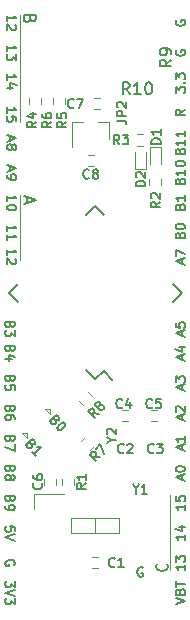
<source format=gbr>
G04 #@! TF.GenerationSoftware,KiCad,Pcbnew,5.1.2*
G04 #@! TF.CreationDate,2019-08-04T19:59:17+02:00*
G04 #@! TF.ProjectId,neutron-c,6e657574-726f-46e2-9d63-2e6b69636164,rev?*
G04 #@! TF.SameCoordinates,Original*
G04 #@! TF.FileFunction,Legend,Top*
G04 #@! TF.FilePolarity,Positive*
%FSLAX46Y46*%
G04 Gerber Fmt 4.6, Leading zero omitted, Abs format (unit mm)*
G04 Created by KiCad (PCBNEW 5.1.2) date 2019-08-04 19:59:17*
%MOMM*%
%LPD*%
G04 APERTURE LIST*
%ADD10C,0.150000*%
%ADD11C,0.120000*%
G04 APERTURE END LIST*
D10*
X180549523Y-58832800D02*
X180473333Y-58794704D01*
X180359047Y-58794704D01*
X180244761Y-58832800D01*
X180168571Y-58908990D01*
X180130476Y-58985180D01*
X180092380Y-59137561D01*
X180092380Y-59251847D01*
X180130476Y-59404228D01*
X180168571Y-59480419D01*
X180244761Y-59556609D01*
X180359047Y-59594704D01*
X180435238Y-59594704D01*
X180549523Y-59556609D01*
X180587619Y-59518514D01*
X180587619Y-59251847D01*
X180435238Y-59251847D01*
X182602142Y-58491476D02*
X182649761Y-58539095D01*
X182697380Y-58681952D01*
X182697380Y-58777190D01*
X182649761Y-58920047D01*
X182554523Y-59015285D01*
X182459285Y-59062904D01*
X182268809Y-59110523D01*
X182125952Y-59110523D01*
X181935476Y-59062904D01*
X181840238Y-59015285D01*
X181745000Y-58920047D01*
X181697380Y-58777190D01*
X181697380Y-58681952D01*
X181745000Y-58539095D01*
X181792619Y-58491476D01*
D11*
X182880000Y-59055000D02*
X182880000Y-52705000D01*
D10*
X171013428Y-12390428D02*
X170965809Y-12533285D01*
X170918190Y-12580904D01*
X170822952Y-12628523D01*
X170680095Y-12628523D01*
X170584857Y-12580904D01*
X170537238Y-12533285D01*
X170489619Y-12438047D01*
X170489619Y-12057095D01*
X171489619Y-12057095D01*
X171489619Y-12390428D01*
X171442000Y-12485666D01*
X171394380Y-12533285D01*
X171299142Y-12580904D01*
X171203904Y-12580904D01*
X171108666Y-12533285D01*
X171061047Y-12485666D01*
X171013428Y-12390428D01*
X171013428Y-12057095D01*
D11*
X170180000Y-21082000D02*
X170180000Y-12065000D01*
D10*
X170775333Y-27447904D02*
X170775333Y-27924095D01*
X170489619Y-27352666D02*
X171489619Y-27686000D01*
X170489619Y-28019333D01*
D11*
X170180000Y-32766000D02*
X170180000Y-27305000D01*
D10*
X183711857Y-26104761D02*
X183749952Y-25990476D01*
X183788047Y-25952380D01*
X183864238Y-25914285D01*
X183978523Y-25914285D01*
X184054714Y-25952380D01*
X184092809Y-25990476D01*
X184130904Y-26066666D01*
X184130904Y-26371428D01*
X183330904Y-26371428D01*
X183330904Y-26104761D01*
X183369000Y-26028571D01*
X183407095Y-25990476D01*
X183483285Y-25952380D01*
X183559476Y-25952380D01*
X183635666Y-25990476D01*
X183673761Y-26028571D01*
X183711857Y-26104761D01*
X183711857Y-26371428D01*
X184130904Y-25152380D02*
X184130904Y-25609523D01*
X184130904Y-25380952D02*
X183330904Y-25380952D01*
X183445190Y-25457142D01*
X183521380Y-25533333D01*
X183559476Y-25609523D01*
X183330904Y-24657142D02*
X183330904Y-24580952D01*
X183369000Y-24504761D01*
X183407095Y-24466666D01*
X183483285Y-24428571D01*
X183635666Y-24390476D01*
X183826142Y-24390476D01*
X183978523Y-24428571D01*
X184054714Y-24466666D01*
X184092809Y-24504761D01*
X184130904Y-24580952D01*
X184130904Y-24657142D01*
X184092809Y-24733333D01*
X184054714Y-24771428D01*
X183978523Y-24809523D01*
X183826142Y-24847619D01*
X183635666Y-24847619D01*
X183483285Y-24809523D01*
X183407095Y-24771428D01*
X183369000Y-24733333D01*
X183330904Y-24657142D01*
X183902333Y-33083428D02*
X183902333Y-32702476D01*
X184130904Y-33159619D02*
X183330904Y-32892952D01*
X184130904Y-32626285D01*
X183330904Y-32435809D02*
X183330904Y-31902476D01*
X184130904Y-32245333D01*
X183711857Y-23564761D02*
X183749952Y-23450476D01*
X183788047Y-23412380D01*
X183864238Y-23374285D01*
X183978523Y-23374285D01*
X184054714Y-23412380D01*
X184092809Y-23450476D01*
X184130904Y-23526666D01*
X184130904Y-23831428D01*
X183330904Y-23831428D01*
X183330904Y-23564761D01*
X183369000Y-23488571D01*
X183407095Y-23450476D01*
X183483285Y-23412380D01*
X183559476Y-23412380D01*
X183635666Y-23450476D01*
X183673761Y-23488571D01*
X183711857Y-23564761D01*
X183711857Y-23831428D01*
X184130904Y-22612380D02*
X184130904Y-23069523D01*
X184130904Y-22840952D02*
X183330904Y-22840952D01*
X183445190Y-22917142D01*
X183521380Y-22993333D01*
X183559476Y-23069523D01*
X184130904Y-21850476D02*
X184130904Y-22307619D01*
X184130904Y-22079047D02*
X183330904Y-22079047D01*
X183445190Y-22155238D01*
X183521380Y-22231428D01*
X183559476Y-22307619D01*
X184130904Y-20072380D02*
X183749952Y-20339047D01*
X184130904Y-20529523D02*
X183330904Y-20529523D01*
X183330904Y-20224761D01*
X183369000Y-20148571D01*
X183407095Y-20110476D01*
X183483285Y-20072380D01*
X183597571Y-20072380D01*
X183673761Y-20110476D01*
X183711857Y-20148571D01*
X183749952Y-20224761D01*
X183749952Y-20529523D01*
X183711857Y-30676809D02*
X183749952Y-30562523D01*
X183788047Y-30524428D01*
X183864238Y-30486333D01*
X183978523Y-30486333D01*
X184054714Y-30524428D01*
X184092809Y-30562523D01*
X184130904Y-30638714D01*
X184130904Y-30943476D01*
X183330904Y-30943476D01*
X183330904Y-30676809D01*
X183369000Y-30600619D01*
X183407095Y-30562523D01*
X183483285Y-30524428D01*
X183559476Y-30524428D01*
X183635666Y-30562523D01*
X183673761Y-30600619D01*
X183711857Y-30676809D01*
X183711857Y-30943476D01*
X183330904Y-29991095D02*
X183330904Y-29914904D01*
X183369000Y-29838714D01*
X183407095Y-29800619D01*
X183483285Y-29762523D01*
X183635666Y-29724428D01*
X183826142Y-29724428D01*
X183978523Y-29762523D01*
X184054714Y-29800619D01*
X184092809Y-29838714D01*
X184130904Y-29914904D01*
X184130904Y-29991095D01*
X184092809Y-30067285D01*
X184054714Y-30105380D01*
X183978523Y-30143476D01*
X183826142Y-30181571D01*
X183635666Y-30181571D01*
X183483285Y-30143476D01*
X183407095Y-30105380D01*
X183369000Y-30067285D01*
X183330904Y-29991095D01*
X183369000Y-12490476D02*
X183330904Y-12566666D01*
X183330904Y-12680952D01*
X183369000Y-12795238D01*
X183445190Y-12871428D01*
X183521380Y-12909523D01*
X183673761Y-12947619D01*
X183788047Y-12947619D01*
X183940428Y-12909523D01*
X184016619Y-12871428D01*
X184092809Y-12795238D01*
X184130904Y-12680952D01*
X184130904Y-12604761D01*
X184092809Y-12490476D01*
X184054714Y-12452380D01*
X183788047Y-12452380D01*
X183788047Y-12604761D01*
X183330904Y-18618095D02*
X183330904Y-18122857D01*
X183635666Y-18389523D01*
X183635666Y-18275238D01*
X183673761Y-18199047D01*
X183711857Y-18160952D01*
X183788047Y-18122857D01*
X183978523Y-18122857D01*
X184054714Y-18160952D01*
X184092809Y-18199047D01*
X184130904Y-18275238D01*
X184130904Y-18503809D01*
X184092809Y-18580000D01*
X184054714Y-18618095D01*
X184054714Y-17780000D02*
X184092809Y-17741904D01*
X184130904Y-17780000D01*
X184092809Y-17818095D01*
X184054714Y-17780000D01*
X184130904Y-17780000D01*
X183330904Y-17475238D02*
X183330904Y-16980000D01*
X183635666Y-17246666D01*
X183635666Y-17132380D01*
X183673761Y-17056190D01*
X183711857Y-17018095D01*
X183788047Y-16980000D01*
X183978523Y-16980000D01*
X184054714Y-17018095D01*
X184092809Y-17056190D01*
X184130904Y-17132380D01*
X184130904Y-17360952D01*
X184092809Y-17437142D01*
X184054714Y-17475238D01*
X183369000Y-15030476D02*
X183330904Y-15106666D01*
X183330904Y-15220952D01*
X183369000Y-15335238D01*
X183445190Y-15411428D01*
X183521380Y-15449523D01*
X183673761Y-15487619D01*
X183788047Y-15487619D01*
X183940428Y-15449523D01*
X184016619Y-15411428D01*
X184092809Y-15335238D01*
X184130904Y-15220952D01*
X184130904Y-15144761D01*
X184092809Y-15030476D01*
X184054714Y-14992380D01*
X183788047Y-14992380D01*
X183788047Y-15144761D01*
X183711857Y-28263809D02*
X183749952Y-28149523D01*
X183788047Y-28111428D01*
X183864238Y-28073333D01*
X183978523Y-28073333D01*
X184054714Y-28111428D01*
X184092809Y-28149523D01*
X184130904Y-28225714D01*
X184130904Y-28530476D01*
X183330904Y-28530476D01*
X183330904Y-28263809D01*
X183369000Y-28187619D01*
X183407095Y-28149523D01*
X183483285Y-28111428D01*
X183559476Y-28111428D01*
X183635666Y-28149523D01*
X183673761Y-28187619D01*
X183711857Y-28263809D01*
X183711857Y-28530476D01*
X184130904Y-27311428D02*
X184130904Y-27768571D01*
X184130904Y-27540000D02*
X183330904Y-27540000D01*
X183445190Y-27616190D01*
X183521380Y-27692380D01*
X183559476Y-27768571D01*
X183902333Y-41211428D02*
X183902333Y-40830476D01*
X184130904Y-41287619D02*
X183330904Y-41020952D01*
X184130904Y-40754285D01*
X183597571Y-40144761D02*
X184130904Y-40144761D01*
X183292809Y-40335238D02*
X183864238Y-40525714D01*
X183864238Y-40030476D01*
X184130904Y-58572380D02*
X184130904Y-59029523D01*
X184130904Y-58800952D02*
X183330904Y-58800952D01*
X183445190Y-58877142D01*
X183521380Y-58953333D01*
X183559476Y-59029523D01*
X183330904Y-58305714D02*
X183330904Y-57810476D01*
X183635666Y-58077142D01*
X183635666Y-57962857D01*
X183673761Y-57886666D01*
X183711857Y-57848571D01*
X183788047Y-57810476D01*
X183978523Y-57810476D01*
X184054714Y-57848571D01*
X184092809Y-57886666D01*
X184130904Y-57962857D01*
X184130904Y-58191428D01*
X184092809Y-58267619D01*
X184054714Y-58305714D01*
X183902333Y-43751428D02*
X183902333Y-43370476D01*
X184130904Y-43827619D02*
X183330904Y-43560952D01*
X184130904Y-43294285D01*
X183330904Y-43103809D02*
X183330904Y-42608571D01*
X183635666Y-42875238D01*
X183635666Y-42760952D01*
X183673761Y-42684761D01*
X183711857Y-42646666D01*
X183788047Y-42608571D01*
X183978523Y-42608571D01*
X184054714Y-42646666D01*
X184092809Y-42684761D01*
X184130904Y-42760952D01*
X184130904Y-42989523D01*
X184092809Y-43065714D01*
X184054714Y-43103809D01*
X183902333Y-51371428D02*
X183902333Y-50990476D01*
X184130904Y-51447619D02*
X183330904Y-51180952D01*
X184130904Y-50914285D01*
X183330904Y-50495238D02*
X183330904Y-50419047D01*
X183369000Y-50342857D01*
X183407095Y-50304761D01*
X183483285Y-50266666D01*
X183635666Y-50228571D01*
X183826142Y-50228571D01*
X183978523Y-50266666D01*
X184054714Y-50304761D01*
X184092809Y-50342857D01*
X184130904Y-50419047D01*
X184130904Y-50495238D01*
X184092809Y-50571428D01*
X184054714Y-50609523D01*
X183978523Y-50647619D01*
X183826142Y-50685714D01*
X183635666Y-50685714D01*
X183483285Y-50647619D01*
X183407095Y-50609523D01*
X183369000Y-50571428D01*
X183330904Y-50495238D01*
X184130904Y-56032380D02*
X184130904Y-56489523D01*
X184130904Y-56260952D02*
X183330904Y-56260952D01*
X183445190Y-56337142D01*
X183521380Y-56413333D01*
X183559476Y-56489523D01*
X183597571Y-55346666D02*
X184130904Y-55346666D01*
X183292809Y-55537142D02*
X183864238Y-55727619D01*
X183864238Y-55232380D01*
X183330904Y-61931428D02*
X184130904Y-61664761D01*
X183330904Y-61398095D01*
X183711857Y-60864761D02*
X183749952Y-60750476D01*
X183788047Y-60712380D01*
X183864238Y-60674285D01*
X183978523Y-60674285D01*
X184054714Y-60712380D01*
X184092809Y-60750476D01*
X184130904Y-60826666D01*
X184130904Y-61131428D01*
X183330904Y-61131428D01*
X183330904Y-60864761D01*
X183369000Y-60788571D01*
X183407095Y-60750476D01*
X183483285Y-60712380D01*
X183559476Y-60712380D01*
X183635666Y-60750476D01*
X183673761Y-60788571D01*
X183711857Y-60864761D01*
X183711857Y-61131428D01*
X183330904Y-60445714D02*
X183330904Y-59988571D01*
X184130904Y-60217142D02*
X183330904Y-60217142D01*
X184130904Y-53492380D02*
X184130904Y-53949523D01*
X184130904Y-53720952D02*
X183330904Y-53720952D01*
X183445190Y-53797142D01*
X183521380Y-53873333D01*
X183559476Y-53949523D01*
X183330904Y-52768571D02*
X183330904Y-53149523D01*
X183711857Y-53187619D01*
X183673761Y-53149523D01*
X183635666Y-53073333D01*
X183635666Y-52882857D01*
X183673761Y-52806666D01*
X183711857Y-52768571D01*
X183788047Y-52730476D01*
X183978523Y-52730476D01*
X184054714Y-52768571D01*
X184092809Y-52806666D01*
X184130904Y-52882857D01*
X184130904Y-53073333D01*
X184092809Y-53149523D01*
X184054714Y-53187619D01*
X183902333Y-39179428D02*
X183902333Y-38798476D01*
X184130904Y-39255619D02*
X183330904Y-38988952D01*
X184130904Y-38722285D01*
X183330904Y-38074666D02*
X183330904Y-38455619D01*
X183711857Y-38493714D01*
X183673761Y-38455619D01*
X183635666Y-38379428D01*
X183635666Y-38188952D01*
X183673761Y-38112761D01*
X183711857Y-38074666D01*
X183788047Y-38036571D01*
X183978523Y-38036571D01*
X184054714Y-38074666D01*
X184092809Y-38112761D01*
X184130904Y-38188952D01*
X184130904Y-38379428D01*
X184092809Y-38455619D01*
X184054714Y-38493714D01*
X183902333Y-48831428D02*
X183902333Y-48450476D01*
X184130904Y-48907619D02*
X183330904Y-48640952D01*
X184130904Y-48374285D01*
X184130904Y-47688571D02*
X184130904Y-48145714D01*
X184130904Y-47917142D02*
X183330904Y-47917142D01*
X183445190Y-47993333D01*
X183521380Y-48069523D01*
X183559476Y-48145714D01*
X183902333Y-46291428D02*
X183902333Y-45910476D01*
X184130904Y-46367619D02*
X183330904Y-46100952D01*
X184130904Y-45834285D01*
X183407095Y-45605714D02*
X183369000Y-45567619D01*
X183330904Y-45491428D01*
X183330904Y-45300952D01*
X183369000Y-45224761D01*
X183407095Y-45186666D01*
X183483285Y-45148571D01*
X183559476Y-45148571D01*
X183673761Y-45186666D01*
X184130904Y-45643809D01*
X184130904Y-45148571D01*
X169729095Y-59969523D02*
X169729095Y-60464761D01*
X169424333Y-60198095D01*
X169424333Y-60312380D01*
X169386238Y-60388571D01*
X169348142Y-60426666D01*
X169271952Y-60464761D01*
X169081476Y-60464761D01*
X169005285Y-60426666D01*
X168967190Y-60388571D01*
X168929095Y-60312380D01*
X168929095Y-60083809D01*
X168967190Y-60007619D01*
X169005285Y-59969523D01*
X169729095Y-60693333D02*
X168929095Y-60960000D01*
X169729095Y-61226666D01*
X169729095Y-61417142D02*
X169729095Y-61912380D01*
X169424333Y-61645714D01*
X169424333Y-61760000D01*
X169386238Y-61836190D01*
X169348142Y-61874285D01*
X169271952Y-61912380D01*
X169081476Y-61912380D01*
X169005285Y-61874285D01*
X168967190Y-61836190D01*
X168929095Y-61760000D01*
X168929095Y-61531428D01*
X168967190Y-61455238D01*
X169005285Y-61417142D01*
X169691000Y-58629523D02*
X169729095Y-58553333D01*
X169729095Y-58439047D01*
X169691000Y-58324761D01*
X169614809Y-58248571D01*
X169538619Y-58210476D01*
X169386238Y-58172380D01*
X169271952Y-58172380D01*
X169119571Y-58210476D01*
X169043380Y-58248571D01*
X168967190Y-58324761D01*
X168929095Y-58439047D01*
X168929095Y-58515238D01*
X168967190Y-58629523D01*
X169005285Y-58667619D01*
X169271952Y-58667619D01*
X169271952Y-58515238D01*
X169729095Y-55727619D02*
X169729095Y-55346666D01*
X169348142Y-55308571D01*
X169386238Y-55346666D01*
X169424333Y-55422857D01*
X169424333Y-55613333D01*
X169386238Y-55689523D01*
X169348142Y-55727619D01*
X169271952Y-55765714D01*
X169081476Y-55765714D01*
X169005285Y-55727619D01*
X168967190Y-55689523D01*
X168929095Y-55613333D01*
X168929095Y-55422857D01*
X168967190Y-55346666D01*
X169005285Y-55308571D01*
X169729095Y-55994285D02*
X168929095Y-56260952D01*
X169729095Y-56527619D01*
X169348142Y-53016190D02*
X169310047Y-53130476D01*
X169271952Y-53168571D01*
X169195761Y-53206666D01*
X169081476Y-53206666D01*
X169005285Y-53168571D01*
X168967190Y-53130476D01*
X168929095Y-53054285D01*
X168929095Y-52749523D01*
X169729095Y-52749523D01*
X169729095Y-53016190D01*
X169691000Y-53092380D01*
X169652904Y-53130476D01*
X169576714Y-53168571D01*
X169500523Y-53168571D01*
X169424333Y-53130476D01*
X169386238Y-53092380D01*
X169348142Y-53016190D01*
X169348142Y-52749523D01*
X168929095Y-53587619D02*
X168929095Y-53740000D01*
X168967190Y-53816190D01*
X169005285Y-53854285D01*
X169119571Y-53930476D01*
X169271952Y-53968571D01*
X169576714Y-53968571D01*
X169652904Y-53930476D01*
X169691000Y-53892380D01*
X169729095Y-53816190D01*
X169729095Y-53663809D01*
X169691000Y-53587619D01*
X169652904Y-53549523D01*
X169576714Y-53511428D01*
X169386238Y-53511428D01*
X169310047Y-53549523D01*
X169271952Y-53587619D01*
X169233857Y-53663809D01*
X169233857Y-53816190D01*
X169271952Y-53892380D01*
X169310047Y-53930476D01*
X169386238Y-53968571D01*
X169348142Y-50476190D02*
X169310047Y-50590476D01*
X169271952Y-50628571D01*
X169195761Y-50666666D01*
X169081476Y-50666666D01*
X169005285Y-50628571D01*
X168967190Y-50590476D01*
X168929095Y-50514285D01*
X168929095Y-50209523D01*
X169729095Y-50209523D01*
X169729095Y-50476190D01*
X169691000Y-50552380D01*
X169652904Y-50590476D01*
X169576714Y-50628571D01*
X169500523Y-50628571D01*
X169424333Y-50590476D01*
X169386238Y-50552380D01*
X169348142Y-50476190D01*
X169348142Y-50209523D01*
X169386238Y-51123809D02*
X169424333Y-51047619D01*
X169462428Y-51009523D01*
X169538619Y-50971428D01*
X169576714Y-50971428D01*
X169652904Y-51009523D01*
X169691000Y-51047619D01*
X169729095Y-51123809D01*
X169729095Y-51276190D01*
X169691000Y-51352380D01*
X169652904Y-51390476D01*
X169576714Y-51428571D01*
X169538619Y-51428571D01*
X169462428Y-51390476D01*
X169424333Y-51352380D01*
X169386238Y-51276190D01*
X169386238Y-51123809D01*
X169348142Y-51047619D01*
X169310047Y-51009523D01*
X169233857Y-50971428D01*
X169081476Y-50971428D01*
X169005285Y-51009523D01*
X168967190Y-51047619D01*
X168929095Y-51123809D01*
X168929095Y-51276190D01*
X168967190Y-51352380D01*
X169005285Y-51390476D01*
X169081476Y-51428571D01*
X169233857Y-51428571D01*
X169310047Y-51390476D01*
X169348142Y-51352380D01*
X169386238Y-51276190D01*
X169348142Y-47936190D02*
X169310047Y-48050476D01*
X169271952Y-48088571D01*
X169195761Y-48126666D01*
X169081476Y-48126666D01*
X169005285Y-48088571D01*
X168967190Y-48050476D01*
X168929095Y-47974285D01*
X168929095Y-47669523D01*
X169729095Y-47669523D01*
X169729095Y-47936190D01*
X169691000Y-48012380D01*
X169652904Y-48050476D01*
X169576714Y-48088571D01*
X169500523Y-48088571D01*
X169424333Y-48050476D01*
X169386238Y-48012380D01*
X169348142Y-47936190D01*
X169348142Y-47669523D01*
X169729095Y-48393333D02*
X169729095Y-48926666D01*
X168929095Y-48583809D01*
X169348142Y-45396190D02*
X169310047Y-45510476D01*
X169271952Y-45548571D01*
X169195761Y-45586666D01*
X169081476Y-45586666D01*
X169005285Y-45548571D01*
X168967190Y-45510476D01*
X168929095Y-45434285D01*
X168929095Y-45129523D01*
X169729095Y-45129523D01*
X169729095Y-45396190D01*
X169691000Y-45472380D01*
X169652904Y-45510476D01*
X169576714Y-45548571D01*
X169500523Y-45548571D01*
X169424333Y-45510476D01*
X169386238Y-45472380D01*
X169348142Y-45396190D01*
X169348142Y-45129523D01*
X169729095Y-46272380D02*
X169729095Y-46120000D01*
X169691000Y-46043809D01*
X169652904Y-46005714D01*
X169538619Y-45929523D01*
X169386238Y-45891428D01*
X169081476Y-45891428D01*
X169005285Y-45929523D01*
X168967190Y-45967619D01*
X168929095Y-46043809D01*
X168929095Y-46196190D01*
X168967190Y-46272380D01*
X169005285Y-46310476D01*
X169081476Y-46348571D01*
X169271952Y-46348571D01*
X169348142Y-46310476D01*
X169386238Y-46272380D01*
X169424333Y-46196190D01*
X169424333Y-46043809D01*
X169386238Y-45967619D01*
X169348142Y-45929523D01*
X169271952Y-45891428D01*
X169348142Y-42856190D02*
X169310047Y-42970476D01*
X169271952Y-43008571D01*
X169195761Y-43046666D01*
X169081476Y-43046666D01*
X169005285Y-43008571D01*
X168967190Y-42970476D01*
X168929095Y-42894285D01*
X168929095Y-42589523D01*
X169729095Y-42589523D01*
X169729095Y-42856190D01*
X169691000Y-42932380D01*
X169652904Y-42970476D01*
X169576714Y-43008571D01*
X169500523Y-43008571D01*
X169424333Y-42970476D01*
X169386238Y-42932380D01*
X169348142Y-42856190D01*
X169348142Y-42589523D01*
X169729095Y-43770476D02*
X169729095Y-43389523D01*
X169348142Y-43351428D01*
X169386238Y-43389523D01*
X169424333Y-43465714D01*
X169424333Y-43656190D01*
X169386238Y-43732380D01*
X169348142Y-43770476D01*
X169271952Y-43808571D01*
X169081476Y-43808571D01*
X169005285Y-43770476D01*
X168967190Y-43732380D01*
X168929095Y-43656190D01*
X168929095Y-43465714D01*
X168967190Y-43389523D01*
X169005285Y-43351428D01*
X169348142Y-40316190D02*
X169310047Y-40430476D01*
X169271952Y-40468571D01*
X169195761Y-40506666D01*
X169081476Y-40506666D01*
X169005285Y-40468571D01*
X168967190Y-40430476D01*
X168929095Y-40354285D01*
X168929095Y-40049523D01*
X169729095Y-40049523D01*
X169729095Y-40316190D01*
X169691000Y-40392380D01*
X169652904Y-40430476D01*
X169576714Y-40468571D01*
X169500523Y-40468571D01*
X169424333Y-40430476D01*
X169386238Y-40392380D01*
X169348142Y-40316190D01*
X169348142Y-40049523D01*
X169462428Y-41192380D02*
X168929095Y-41192380D01*
X169767190Y-41001904D02*
X169195761Y-40811428D01*
X169195761Y-41306666D01*
X169348142Y-38284190D02*
X169310047Y-38398476D01*
X169271952Y-38436571D01*
X169195761Y-38474666D01*
X169081476Y-38474666D01*
X169005285Y-38436571D01*
X168967190Y-38398476D01*
X168929095Y-38322285D01*
X168929095Y-38017523D01*
X169729095Y-38017523D01*
X169729095Y-38284190D01*
X169691000Y-38360380D01*
X169652904Y-38398476D01*
X169576714Y-38436571D01*
X169500523Y-38436571D01*
X169424333Y-38398476D01*
X169386238Y-38360380D01*
X169348142Y-38284190D01*
X169348142Y-38017523D01*
X169729095Y-38741333D02*
X169729095Y-39236571D01*
X169424333Y-38969904D01*
X169424333Y-39084190D01*
X169386238Y-39160380D01*
X169348142Y-39198476D01*
X169271952Y-39236571D01*
X169081476Y-39236571D01*
X169005285Y-39198476D01*
X168967190Y-39160380D01*
X168929095Y-39084190D01*
X168929095Y-38855619D01*
X168967190Y-38779428D01*
X169005285Y-38741333D01*
X169056095Y-32359619D02*
X169056095Y-31902476D01*
X169056095Y-32131047D02*
X169856095Y-32131047D01*
X169741809Y-32054857D01*
X169665619Y-31978666D01*
X169627523Y-31902476D01*
X169779904Y-32664380D02*
X169818000Y-32702476D01*
X169856095Y-32778666D01*
X169856095Y-32969142D01*
X169818000Y-33045333D01*
X169779904Y-33083428D01*
X169703714Y-33121523D01*
X169627523Y-33121523D01*
X169513238Y-33083428D01*
X169056095Y-32626285D01*
X169056095Y-33121523D01*
X169056095Y-30327619D02*
X169056095Y-29870476D01*
X169056095Y-30099047D02*
X169856095Y-30099047D01*
X169741809Y-30022857D01*
X169665619Y-29946666D01*
X169627523Y-29870476D01*
X169056095Y-31089523D02*
X169056095Y-30632380D01*
X169056095Y-30860952D02*
X169856095Y-30860952D01*
X169741809Y-30784761D01*
X169665619Y-30708571D01*
X169627523Y-30632380D01*
X169056095Y-27787619D02*
X169056095Y-27330476D01*
X169056095Y-27559047D02*
X169856095Y-27559047D01*
X169741809Y-27482857D01*
X169665619Y-27406666D01*
X169627523Y-27330476D01*
X169856095Y-28282857D02*
X169856095Y-28359047D01*
X169818000Y-28435238D01*
X169779904Y-28473333D01*
X169703714Y-28511428D01*
X169551333Y-28549523D01*
X169360857Y-28549523D01*
X169208476Y-28511428D01*
X169132285Y-28473333D01*
X169094190Y-28435238D01*
X169056095Y-28359047D01*
X169056095Y-28282857D01*
X169094190Y-28206666D01*
X169132285Y-28168571D01*
X169208476Y-28130476D01*
X169360857Y-28092380D01*
X169551333Y-28092380D01*
X169703714Y-28130476D01*
X169779904Y-28168571D01*
X169818000Y-28206666D01*
X169856095Y-28282857D01*
X169284666Y-24828571D02*
X169284666Y-25209523D01*
X169056095Y-24752380D02*
X169856095Y-25019047D01*
X169056095Y-25285714D01*
X169056095Y-25590476D02*
X169056095Y-25742857D01*
X169094190Y-25819047D01*
X169132285Y-25857142D01*
X169246571Y-25933333D01*
X169398952Y-25971428D01*
X169703714Y-25971428D01*
X169779904Y-25933333D01*
X169818000Y-25895238D01*
X169856095Y-25819047D01*
X169856095Y-25666666D01*
X169818000Y-25590476D01*
X169779904Y-25552380D01*
X169703714Y-25514285D01*
X169513238Y-25514285D01*
X169437047Y-25552380D01*
X169398952Y-25590476D01*
X169360857Y-25666666D01*
X169360857Y-25819047D01*
X169398952Y-25895238D01*
X169437047Y-25933333D01*
X169513238Y-25971428D01*
X169284666Y-22288571D02*
X169284666Y-22669523D01*
X169056095Y-22212380D02*
X169856095Y-22479047D01*
X169056095Y-22745714D01*
X169513238Y-23126666D02*
X169551333Y-23050476D01*
X169589428Y-23012380D01*
X169665619Y-22974285D01*
X169703714Y-22974285D01*
X169779904Y-23012380D01*
X169818000Y-23050476D01*
X169856095Y-23126666D01*
X169856095Y-23279047D01*
X169818000Y-23355238D01*
X169779904Y-23393333D01*
X169703714Y-23431428D01*
X169665619Y-23431428D01*
X169589428Y-23393333D01*
X169551333Y-23355238D01*
X169513238Y-23279047D01*
X169513238Y-23126666D01*
X169475142Y-23050476D01*
X169437047Y-23012380D01*
X169360857Y-22974285D01*
X169208476Y-22974285D01*
X169132285Y-23012380D01*
X169094190Y-23050476D01*
X169056095Y-23126666D01*
X169056095Y-23279047D01*
X169094190Y-23355238D01*
X169132285Y-23393333D01*
X169208476Y-23431428D01*
X169360857Y-23431428D01*
X169437047Y-23393333D01*
X169475142Y-23355238D01*
X169513238Y-23279047D01*
X169056095Y-20294619D02*
X169056095Y-19837476D01*
X169056095Y-20066047D02*
X169856095Y-20066047D01*
X169741809Y-19989857D01*
X169665619Y-19913666D01*
X169627523Y-19837476D01*
X169856095Y-21018428D02*
X169856095Y-20637476D01*
X169475142Y-20599380D01*
X169513238Y-20637476D01*
X169551333Y-20713666D01*
X169551333Y-20904142D01*
X169513238Y-20980333D01*
X169475142Y-21018428D01*
X169398952Y-21056523D01*
X169208476Y-21056523D01*
X169132285Y-21018428D01*
X169094190Y-20980333D01*
X169056095Y-20904142D01*
X169056095Y-20713666D01*
X169094190Y-20637476D01*
X169132285Y-20599380D01*
X169056095Y-17500619D02*
X169056095Y-17043476D01*
X169056095Y-17272047D02*
X169856095Y-17272047D01*
X169741809Y-17195857D01*
X169665619Y-17119666D01*
X169627523Y-17043476D01*
X169589428Y-18186333D02*
X169056095Y-18186333D01*
X169894190Y-17995857D02*
X169322761Y-17805380D01*
X169322761Y-18300619D01*
X169056095Y-15087619D02*
X169056095Y-14630476D01*
X169056095Y-14859047D02*
X169856095Y-14859047D01*
X169741809Y-14782857D01*
X169665619Y-14706666D01*
X169627523Y-14630476D01*
X169856095Y-15354285D02*
X169856095Y-15849523D01*
X169551333Y-15582857D01*
X169551333Y-15697142D01*
X169513238Y-15773333D01*
X169475142Y-15811428D01*
X169398952Y-15849523D01*
X169208476Y-15849523D01*
X169132285Y-15811428D01*
X169094190Y-15773333D01*
X169056095Y-15697142D01*
X169056095Y-15468571D01*
X169094190Y-15392380D01*
X169132285Y-15354285D01*
X169056095Y-12547619D02*
X169056095Y-12090476D01*
X169056095Y-12319047D02*
X169856095Y-12319047D01*
X169741809Y-12242857D01*
X169665619Y-12166666D01*
X169627523Y-12090476D01*
X169779904Y-12852380D02*
X169818000Y-12890476D01*
X169856095Y-12966666D01*
X169856095Y-13157142D01*
X169818000Y-13233333D01*
X169779904Y-13271428D01*
X169703714Y-13309523D01*
X169627523Y-13309523D01*
X169513238Y-13271428D01*
X169056095Y-12814285D01*
X169056095Y-13309523D01*
D11*
X181233000Y-46444000D02*
X181733000Y-46444000D01*
X181733000Y-45504000D02*
X181233000Y-45504000D01*
X172736484Y-45425249D02*
X172736484Y-45849513D01*
X172312220Y-45425249D02*
X172736484Y-45849513D01*
X172736484Y-45425249D02*
X172312220Y-45425249D01*
X170760828Y-47400905D02*
X170336564Y-47400905D01*
X170336564Y-47400905D02*
X170760828Y-47825169D01*
X170760828Y-47400905D02*
X170760828Y-47825169D01*
X176530000Y-54610000D02*
X176530000Y-55880000D01*
X178560000Y-54610000D02*
X174500000Y-54610000D01*
X178560000Y-55880000D02*
X178560000Y-54610000D01*
X174500000Y-55880000D02*
X178560000Y-55880000D01*
X174500000Y-54610000D02*
X174500000Y-55880000D01*
X171320000Y-52565000D02*
X173860000Y-52565000D01*
X171320000Y-52565000D02*
X171320000Y-53835000D01*
X176780000Y-57950000D02*
X176280000Y-57950000D01*
X176280000Y-58890000D02*
X176780000Y-58890000D01*
X179320000Y-45504000D02*
X178820000Y-45504000D01*
X178820000Y-46444000D02*
X179320000Y-46444000D01*
X172190000Y-51312000D02*
X172190000Y-51812000D01*
X173250000Y-51812000D02*
X173250000Y-51312000D01*
X176407000Y-20028000D02*
X176907000Y-20028000D01*
X176907000Y-19088000D02*
X176407000Y-19088000D01*
X176399000Y-23914000D02*
X175899000Y-23914000D01*
X175899000Y-24854000D02*
X176399000Y-24854000D01*
X182060000Y-23180000D02*
X182060000Y-24630000D01*
X181160000Y-23180000D02*
X181160000Y-24630000D01*
X182060000Y-23180000D02*
X181160000Y-23180000D01*
X179890000Y-25080000D02*
X180790000Y-25080000D01*
X180790000Y-25080000D02*
X180790000Y-23630000D01*
X179890000Y-25080000D02*
X179890000Y-23630000D01*
X173714000Y-51312000D02*
X173714000Y-51812000D01*
X174774000Y-51812000D02*
X174774000Y-51312000D01*
X182140000Y-26412000D02*
X182140000Y-25912000D01*
X181080000Y-25912000D02*
X181080000Y-26412000D01*
X180590000Y-22076000D02*
X180090000Y-22076000D01*
X180090000Y-23136000D02*
X180590000Y-23136000D01*
X171980000Y-19554000D02*
X171980000Y-19054000D01*
X170920000Y-19054000D02*
X170920000Y-19554000D01*
X172952000Y-19054000D02*
X172952000Y-19554000D01*
X174012000Y-19554000D02*
X174012000Y-19054000D01*
X172996000Y-19554000D02*
X172996000Y-19054000D01*
X171936000Y-19054000D02*
X171936000Y-19554000D01*
X176071200Y-48847645D02*
X176424753Y-48494092D01*
X175675220Y-47744559D02*
X175321667Y-48098112D01*
X176245148Y-44326405D02*
X175891595Y-43972852D01*
X175142062Y-44722385D02*
X175495615Y-45075938D01*
D10*
X177237107Y-42171448D02*
X177961891Y-42896233D01*
X169211445Y-35560000D02*
X169971585Y-36320140D01*
X176530000Y-28241445D02*
X177290140Y-29001585D01*
X183848555Y-35560000D02*
X183088415Y-34799860D01*
X176530000Y-42878555D02*
X175769860Y-42118415D01*
X183848555Y-35560000D02*
X183088415Y-36320140D01*
X176530000Y-28241445D02*
X175769860Y-29001585D01*
X169211445Y-35560000D02*
X169971585Y-34799860D01*
X176530000Y-42878555D02*
X177237107Y-42171448D01*
D11*
X177729000Y-21084000D02*
X177729000Y-22544000D01*
X174569000Y-21084000D02*
X174569000Y-23244000D01*
X174569000Y-21084000D02*
X175499000Y-21084000D01*
X177729000Y-21084000D02*
X176799000Y-21084000D01*
D10*
X182976780Y-15813066D02*
X182500590Y-16146400D01*
X182976780Y-16384495D02*
X181976780Y-16384495D01*
X181976780Y-16003542D01*
X182024400Y-15908304D01*
X182072019Y-15860685D01*
X182167257Y-15813066D01*
X182310114Y-15813066D01*
X182405352Y-15860685D01*
X182452971Y-15908304D01*
X182500590Y-16003542D01*
X182500590Y-16384495D01*
X182976780Y-15336876D02*
X182976780Y-15146400D01*
X182929161Y-15051161D01*
X182881542Y-15003542D01*
X182738685Y-14908304D01*
X182548209Y-14860685D01*
X182167257Y-14860685D01*
X182072019Y-14908304D01*
X182024400Y-14955923D01*
X181976780Y-15051161D01*
X181976780Y-15241638D01*
X182024400Y-15336876D01*
X182072019Y-15384495D01*
X182167257Y-15432114D01*
X182405352Y-15432114D01*
X182500590Y-15384495D01*
X182548209Y-15336876D01*
X182595828Y-15241638D01*
X182595828Y-15051161D01*
X182548209Y-14955923D01*
X182500590Y-14908304D01*
X182405352Y-14860685D01*
X181349666Y-45243714D02*
X181311571Y-45281809D01*
X181197285Y-45319904D01*
X181121095Y-45319904D01*
X181006809Y-45281809D01*
X180930619Y-45205619D01*
X180892523Y-45129428D01*
X180854428Y-44977047D01*
X180854428Y-44862761D01*
X180892523Y-44710380D01*
X180930619Y-44634190D01*
X181006809Y-44558000D01*
X181121095Y-44519904D01*
X181197285Y-44519904D01*
X181311571Y-44558000D01*
X181349666Y-44596095D01*
X182073476Y-44519904D02*
X181692523Y-44519904D01*
X181654428Y-44900857D01*
X181692523Y-44862761D01*
X181768714Y-44824666D01*
X181959190Y-44824666D01*
X182035380Y-44862761D01*
X182073476Y-44900857D01*
X182111571Y-44977047D01*
X182111571Y-45167523D01*
X182073476Y-45243714D01*
X182035380Y-45281809D01*
X181959190Y-45319904D01*
X181768714Y-45319904D01*
X181692523Y-45281809D01*
X181654428Y-45243714D01*
X179443142Y-18740380D02*
X179109809Y-18264190D01*
X178871714Y-18740380D02*
X178871714Y-17740380D01*
X179252666Y-17740380D01*
X179347904Y-17788000D01*
X179395523Y-17835619D01*
X179443142Y-17930857D01*
X179443142Y-18073714D01*
X179395523Y-18168952D01*
X179347904Y-18216571D01*
X179252666Y-18264190D01*
X178871714Y-18264190D01*
X180395523Y-18740380D02*
X179824095Y-18740380D01*
X180109809Y-18740380D02*
X180109809Y-17740380D01*
X180014571Y-17883238D01*
X179919333Y-17978476D01*
X179824095Y-18026095D01*
X181014571Y-17740380D02*
X181109809Y-17740380D01*
X181205047Y-17788000D01*
X181252666Y-17835619D01*
X181300285Y-17930857D01*
X181347904Y-18121333D01*
X181347904Y-18359428D01*
X181300285Y-18549904D01*
X181252666Y-18645142D01*
X181205047Y-18692761D01*
X181109809Y-18740380D01*
X181014571Y-18740380D01*
X180919333Y-18692761D01*
X180871714Y-18645142D01*
X180824095Y-18549904D01*
X180776476Y-18359428D01*
X180776476Y-18121333D01*
X180824095Y-17930857D01*
X180871714Y-17835619D01*
X180919333Y-17788000D01*
X181014571Y-17740380D01*
X181476666Y-49053714D02*
X181438571Y-49091809D01*
X181324285Y-49129904D01*
X181248095Y-49129904D01*
X181133809Y-49091809D01*
X181057619Y-49015619D01*
X181019523Y-48939428D01*
X180981428Y-48787047D01*
X180981428Y-48672761D01*
X181019523Y-48520380D01*
X181057619Y-48444190D01*
X181133809Y-48368000D01*
X181248095Y-48329904D01*
X181324285Y-48329904D01*
X181438571Y-48368000D01*
X181476666Y-48406095D01*
X181743333Y-48329904D02*
X182238571Y-48329904D01*
X181971904Y-48634666D01*
X182086190Y-48634666D01*
X182162380Y-48672761D01*
X182200476Y-48710857D01*
X182238571Y-48787047D01*
X182238571Y-48977523D01*
X182200476Y-49053714D01*
X182162380Y-49091809D01*
X182086190Y-49129904D01*
X181857619Y-49129904D01*
X181781428Y-49091809D01*
X181743333Y-49053714D01*
X178936666Y-49053714D02*
X178898571Y-49091809D01*
X178784285Y-49129904D01*
X178708095Y-49129904D01*
X178593809Y-49091809D01*
X178517619Y-49015619D01*
X178479523Y-48939428D01*
X178441428Y-48787047D01*
X178441428Y-48672761D01*
X178479523Y-48520380D01*
X178517619Y-48444190D01*
X178593809Y-48368000D01*
X178708095Y-48329904D01*
X178784285Y-48329904D01*
X178898571Y-48368000D01*
X178936666Y-48406095D01*
X179241428Y-48406095D02*
X179279523Y-48368000D01*
X179355714Y-48329904D01*
X179546190Y-48329904D01*
X179622380Y-48368000D01*
X179660476Y-48406095D01*
X179698571Y-48482285D01*
X179698571Y-48558476D01*
X179660476Y-48672761D01*
X179203333Y-49129904D01*
X179698571Y-49129904D01*
X177907952Y-48005952D02*
X178288904Y-48005952D01*
X177488904Y-48272619D02*
X177907952Y-48005952D01*
X177488904Y-47739285D01*
X177565095Y-47510714D02*
X177527000Y-47472619D01*
X177488904Y-47396428D01*
X177488904Y-47205952D01*
X177527000Y-47129761D01*
X177565095Y-47091666D01*
X177641285Y-47053571D01*
X177717476Y-47053571D01*
X177831761Y-47091666D01*
X178288904Y-47548809D01*
X178288904Y-47053571D01*
X179959047Y-52177952D02*
X179959047Y-52558904D01*
X179692380Y-51758904D02*
X179959047Y-52177952D01*
X180225714Y-51758904D01*
X180911428Y-52558904D02*
X180454285Y-52558904D01*
X180682857Y-52558904D02*
X180682857Y-51758904D01*
X180606666Y-51873190D01*
X180530476Y-51949380D01*
X180454285Y-51987476D01*
X178377904Y-20986666D02*
X178949333Y-20986666D01*
X179063619Y-21024761D01*
X179139809Y-21100952D01*
X179177904Y-21215238D01*
X179177904Y-21291428D01*
X179177904Y-20605714D02*
X178377904Y-20605714D01*
X178377904Y-20300952D01*
X178416000Y-20224761D01*
X178454095Y-20186666D01*
X178530285Y-20148571D01*
X178644571Y-20148571D01*
X178720761Y-20186666D01*
X178758857Y-20224761D01*
X178796952Y-20300952D01*
X178796952Y-20605714D01*
X178454095Y-19843809D02*
X178416000Y-19805714D01*
X178377904Y-19729523D01*
X178377904Y-19539047D01*
X178416000Y-19462857D01*
X178454095Y-19424761D01*
X178530285Y-19386666D01*
X178606476Y-19386666D01*
X178720761Y-19424761D01*
X179177904Y-19881904D01*
X179177904Y-19386666D01*
X173166438Y-46339626D02*
X173220312Y-46447376D01*
X173220312Y-46501251D01*
X173193375Y-46582063D01*
X173112563Y-46662875D01*
X173031751Y-46689813D01*
X172977876Y-46689813D01*
X172897064Y-46662875D01*
X172681564Y-46447376D01*
X173247250Y-45881691D01*
X173435812Y-46070252D01*
X173462749Y-46151065D01*
X173462749Y-46204939D01*
X173435812Y-46285752D01*
X173381937Y-46339626D01*
X173301125Y-46366564D01*
X173247250Y-46366564D01*
X173166438Y-46339626D01*
X172977876Y-46151065D01*
X173920685Y-46555126D02*
X173974560Y-46609000D01*
X174001497Y-46689813D01*
X174001497Y-46743688D01*
X173974560Y-46824500D01*
X173893748Y-46959187D01*
X173759061Y-47093874D01*
X173624374Y-47174686D01*
X173543561Y-47201623D01*
X173489687Y-47201623D01*
X173408874Y-47174686D01*
X173355000Y-47120811D01*
X173328062Y-47039999D01*
X173328062Y-46986124D01*
X173355000Y-46905312D01*
X173435812Y-46770625D01*
X173570499Y-46635938D01*
X173705186Y-46555126D01*
X173785998Y-46528188D01*
X173839873Y-46528188D01*
X173920685Y-46555126D01*
X171134438Y-48371625D02*
X171188312Y-48479375D01*
X171188312Y-48533250D01*
X171161375Y-48614062D01*
X171080563Y-48694874D01*
X170999751Y-48721812D01*
X170945876Y-48721812D01*
X170865064Y-48694874D01*
X170649564Y-48479375D01*
X171215250Y-47913690D01*
X171403812Y-48102251D01*
X171430749Y-48183064D01*
X171430749Y-48236938D01*
X171403812Y-48317751D01*
X171349937Y-48371625D01*
X171269125Y-48398563D01*
X171215250Y-48398563D01*
X171134438Y-48371625D01*
X170945876Y-48183064D01*
X171511561Y-49341372D02*
X171188312Y-49018123D01*
X171349937Y-49179748D02*
X171915622Y-48614062D01*
X171780935Y-48641000D01*
X171673186Y-48641000D01*
X171592374Y-48614062D01*
X178174666Y-58705714D02*
X178136571Y-58743809D01*
X178022285Y-58781904D01*
X177946095Y-58781904D01*
X177831809Y-58743809D01*
X177755619Y-58667619D01*
X177717523Y-58591428D01*
X177679428Y-58439047D01*
X177679428Y-58324761D01*
X177717523Y-58172380D01*
X177755619Y-58096190D01*
X177831809Y-58020000D01*
X177946095Y-57981904D01*
X178022285Y-57981904D01*
X178136571Y-58020000D01*
X178174666Y-58058095D01*
X178936571Y-58781904D02*
X178479428Y-58781904D01*
X178708000Y-58781904D02*
X178708000Y-57981904D01*
X178631809Y-58096190D01*
X178555619Y-58172380D01*
X178479428Y-58210476D01*
X178809666Y-45243714D02*
X178771571Y-45281809D01*
X178657285Y-45319904D01*
X178581095Y-45319904D01*
X178466809Y-45281809D01*
X178390619Y-45205619D01*
X178352523Y-45129428D01*
X178314428Y-44977047D01*
X178314428Y-44862761D01*
X178352523Y-44710380D01*
X178390619Y-44634190D01*
X178466809Y-44558000D01*
X178581095Y-44519904D01*
X178657285Y-44519904D01*
X178771571Y-44558000D01*
X178809666Y-44596095D01*
X179495380Y-44786571D02*
X179495380Y-45319904D01*
X179304904Y-44481809D02*
X179114428Y-45053238D01*
X179609666Y-45053238D01*
X171989714Y-51695333D02*
X172027809Y-51733428D01*
X172065904Y-51847714D01*
X172065904Y-51923904D01*
X172027809Y-52038190D01*
X171951619Y-52114380D01*
X171875428Y-52152476D01*
X171723047Y-52190571D01*
X171608761Y-52190571D01*
X171456380Y-52152476D01*
X171380190Y-52114380D01*
X171304000Y-52038190D01*
X171265904Y-51923904D01*
X171265904Y-51847714D01*
X171304000Y-51733428D01*
X171342095Y-51695333D01*
X171265904Y-51009619D02*
X171265904Y-51162000D01*
X171304000Y-51238190D01*
X171342095Y-51276285D01*
X171456380Y-51352476D01*
X171608761Y-51390571D01*
X171913523Y-51390571D01*
X171989714Y-51352476D01*
X172027809Y-51314380D01*
X172065904Y-51238190D01*
X172065904Y-51085809D01*
X172027809Y-51009619D01*
X171989714Y-50971523D01*
X171913523Y-50933428D01*
X171723047Y-50933428D01*
X171646857Y-50971523D01*
X171608761Y-51009619D01*
X171570666Y-51085809D01*
X171570666Y-51238190D01*
X171608761Y-51314380D01*
X171646857Y-51352476D01*
X171723047Y-51390571D01*
X174720266Y-19843714D02*
X174682171Y-19881809D01*
X174567885Y-19919904D01*
X174491695Y-19919904D01*
X174377409Y-19881809D01*
X174301219Y-19805619D01*
X174263123Y-19729428D01*
X174225028Y-19577047D01*
X174225028Y-19462761D01*
X174263123Y-19310380D01*
X174301219Y-19234190D01*
X174377409Y-19158000D01*
X174491695Y-19119904D01*
X174567885Y-19119904D01*
X174682171Y-19158000D01*
X174720266Y-19196095D01*
X174986933Y-19119904D02*
X175520266Y-19119904D01*
X175177409Y-19919904D01*
X176015666Y-25812714D02*
X175977571Y-25850809D01*
X175863285Y-25888904D01*
X175787095Y-25888904D01*
X175672809Y-25850809D01*
X175596619Y-25774619D01*
X175558523Y-25698428D01*
X175520428Y-25546047D01*
X175520428Y-25431761D01*
X175558523Y-25279380D01*
X175596619Y-25203190D01*
X175672809Y-25127000D01*
X175787095Y-25088904D01*
X175863285Y-25088904D01*
X175977571Y-25127000D01*
X176015666Y-25165095D01*
X176472809Y-25431761D02*
X176396619Y-25393666D01*
X176358523Y-25355571D01*
X176320428Y-25279380D01*
X176320428Y-25241285D01*
X176358523Y-25165095D01*
X176396619Y-25127000D01*
X176472809Y-25088904D01*
X176625190Y-25088904D01*
X176701380Y-25127000D01*
X176739476Y-25165095D01*
X176777571Y-25241285D01*
X176777571Y-25279380D01*
X176739476Y-25355571D01*
X176701380Y-25393666D01*
X176625190Y-25431761D01*
X176472809Y-25431761D01*
X176396619Y-25469857D01*
X176358523Y-25507952D01*
X176320428Y-25584142D01*
X176320428Y-25736523D01*
X176358523Y-25812714D01*
X176396619Y-25850809D01*
X176472809Y-25888904D01*
X176625190Y-25888904D01*
X176701380Y-25850809D01*
X176739476Y-25812714D01*
X176777571Y-25736523D01*
X176777571Y-25584142D01*
X176739476Y-25507952D01*
X176701380Y-25469857D01*
X176625190Y-25431761D01*
X182073504Y-22942476D02*
X181273504Y-22942476D01*
X181273504Y-22752000D01*
X181311600Y-22637714D01*
X181387790Y-22561523D01*
X181463980Y-22523428D01*
X181616361Y-22485333D01*
X181730647Y-22485333D01*
X181883028Y-22523428D01*
X181959219Y-22561523D01*
X182035409Y-22637714D01*
X182073504Y-22752000D01*
X182073504Y-22942476D01*
X182073504Y-21723428D02*
X182073504Y-22180571D01*
X182073504Y-21952000D02*
X181273504Y-21952000D01*
X181387790Y-22028190D01*
X181463980Y-22104380D01*
X181502076Y-22180571D01*
X180752704Y-26549276D02*
X179952704Y-26549276D01*
X179952704Y-26358800D01*
X179990800Y-26244514D01*
X180066990Y-26168323D01*
X180143180Y-26130228D01*
X180295561Y-26092133D01*
X180409847Y-26092133D01*
X180562228Y-26130228D01*
X180638419Y-26168323D01*
X180714609Y-26244514D01*
X180752704Y-26358800D01*
X180752704Y-26549276D01*
X180028895Y-25787371D02*
X179990800Y-25749276D01*
X179952704Y-25673085D01*
X179952704Y-25482609D01*
X179990800Y-25406419D01*
X180028895Y-25368323D01*
X180105085Y-25330228D01*
X180181276Y-25330228D01*
X180295561Y-25368323D01*
X180752704Y-25825466D01*
X180752704Y-25330228D01*
X175748904Y-51695333D02*
X175367952Y-51962000D01*
X175748904Y-52152476D02*
X174948904Y-52152476D01*
X174948904Y-51847714D01*
X174987000Y-51771523D01*
X175025095Y-51733428D01*
X175101285Y-51695333D01*
X175215571Y-51695333D01*
X175291761Y-51733428D01*
X175329857Y-51771523D01*
X175367952Y-51847714D01*
X175367952Y-52152476D01*
X175748904Y-50933428D02*
X175748904Y-51390571D01*
X175748904Y-51162000D02*
X174948904Y-51162000D01*
X175063190Y-51238190D01*
X175139380Y-51314380D01*
X175177476Y-51390571D01*
X182022704Y-27870133D02*
X181641752Y-28136800D01*
X182022704Y-28327276D02*
X181222704Y-28327276D01*
X181222704Y-28022514D01*
X181260800Y-27946323D01*
X181298895Y-27908228D01*
X181375085Y-27870133D01*
X181489371Y-27870133D01*
X181565561Y-27908228D01*
X181603657Y-27946323D01*
X181641752Y-28022514D01*
X181641752Y-28327276D01*
X181298895Y-27565371D02*
X181260800Y-27527276D01*
X181222704Y-27451085D01*
X181222704Y-27260609D01*
X181260800Y-27184419D01*
X181298895Y-27146323D01*
X181375085Y-27108228D01*
X181451276Y-27108228D01*
X181565561Y-27146323D01*
X182022704Y-27603466D01*
X182022704Y-27108228D01*
X178581066Y-22967904D02*
X178314400Y-22586952D01*
X178123923Y-22967904D02*
X178123923Y-22167904D01*
X178428685Y-22167904D01*
X178504876Y-22206000D01*
X178542971Y-22244095D01*
X178581066Y-22320285D01*
X178581066Y-22434571D01*
X178542971Y-22510761D01*
X178504876Y-22548857D01*
X178428685Y-22586952D01*
X178123923Y-22586952D01*
X178847733Y-22167904D02*
X179342971Y-22167904D01*
X179076304Y-22472666D01*
X179190590Y-22472666D01*
X179266780Y-22510761D01*
X179304876Y-22548857D01*
X179342971Y-22625047D01*
X179342971Y-22815523D01*
X179304876Y-22891714D01*
X179266780Y-22929809D01*
X179190590Y-22967904D01*
X178962019Y-22967904D01*
X178885828Y-22929809D01*
X178847733Y-22891714D01*
X171557904Y-21088333D02*
X171176952Y-21355000D01*
X171557904Y-21545476D02*
X170757904Y-21545476D01*
X170757904Y-21240714D01*
X170796000Y-21164523D01*
X170834095Y-21126428D01*
X170910285Y-21088333D01*
X171024571Y-21088333D01*
X171100761Y-21126428D01*
X171138857Y-21164523D01*
X171176952Y-21240714D01*
X171176952Y-21545476D01*
X171024571Y-20402619D02*
X171557904Y-20402619D01*
X170719809Y-20593095D02*
X171291238Y-20783571D01*
X171291238Y-20288333D01*
X174097904Y-21088333D02*
X173716952Y-21355000D01*
X174097904Y-21545476D02*
X173297904Y-21545476D01*
X173297904Y-21240714D01*
X173336000Y-21164523D01*
X173374095Y-21126428D01*
X173450285Y-21088333D01*
X173564571Y-21088333D01*
X173640761Y-21126428D01*
X173678857Y-21164523D01*
X173716952Y-21240714D01*
X173716952Y-21545476D01*
X173297904Y-20364523D02*
X173297904Y-20745476D01*
X173678857Y-20783571D01*
X173640761Y-20745476D01*
X173602666Y-20669285D01*
X173602666Y-20478809D01*
X173640761Y-20402619D01*
X173678857Y-20364523D01*
X173755047Y-20326428D01*
X173945523Y-20326428D01*
X174021714Y-20364523D01*
X174059809Y-20402619D01*
X174097904Y-20478809D01*
X174097904Y-20669285D01*
X174059809Y-20745476D01*
X174021714Y-20783571D01*
X172827904Y-21088333D02*
X172446952Y-21355000D01*
X172827904Y-21545476D02*
X172027904Y-21545476D01*
X172027904Y-21240714D01*
X172066000Y-21164523D01*
X172104095Y-21126428D01*
X172180285Y-21088333D01*
X172294571Y-21088333D01*
X172370761Y-21126428D01*
X172408857Y-21164523D01*
X172446952Y-21240714D01*
X172446952Y-21545476D01*
X172027904Y-20402619D02*
X172027904Y-20555000D01*
X172066000Y-20631190D01*
X172104095Y-20669285D01*
X172218380Y-20745476D01*
X172370761Y-20783571D01*
X172675523Y-20783571D01*
X172751714Y-20745476D01*
X172789809Y-20707380D01*
X172827904Y-20631190D01*
X172827904Y-20478809D01*
X172789809Y-20402619D01*
X172751714Y-20364523D01*
X172675523Y-20326428D01*
X172485047Y-20326428D01*
X172408857Y-20364523D01*
X172370761Y-20402619D01*
X172332666Y-20478809D01*
X172332666Y-20631190D01*
X172370761Y-20707380D01*
X172408857Y-20745476D01*
X172485047Y-20783571D01*
X176945624Y-49499186D02*
X176487688Y-49418374D01*
X176622375Y-49822435D02*
X176056690Y-49256749D01*
X176272189Y-49041250D01*
X176353001Y-49014312D01*
X176406876Y-49014312D01*
X176487688Y-49041250D01*
X176568500Y-49122062D01*
X176595438Y-49202874D01*
X176595438Y-49256749D01*
X176568500Y-49337561D01*
X176353001Y-49553061D01*
X176568500Y-48744938D02*
X176945624Y-48367815D01*
X177268873Y-49175937D01*
X176818624Y-45816186D02*
X176360688Y-45735374D01*
X176495375Y-46139435D02*
X175929690Y-45573749D01*
X176145189Y-45358250D01*
X176226001Y-45331312D01*
X176279876Y-45331312D01*
X176360688Y-45358250D01*
X176441500Y-45439062D01*
X176468438Y-45519874D01*
X176468438Y-45573749D01*
X176441500Y-45654561D01*
X176226001Y-45870061D01*
X176818624Y-45169688D02*
X176737812Y-45196625D01*
X176683937Y-45196625D01*
X176603125Y-45169688D01*
X176576187Y-45142751D01*
X176549250Y-45061938D01*
X176549250Y-45008064D01*
X176576187Y-44927251D01*
X176683937Y-44819502D01*
X176764749Y-44792564D01*
X176818624Y-44792564D01*
X176899436Y-44819502D01*
X176926374Y-44846439D01*
X176953311Y-44927251D01*
X176953311Y-44981126D01*
X176926374Y-45061938D01*
X176818624Y-45169688D01*
X176791687Y-45250500D01*
X176791687Y-45304375D01*
X176818624Y-45385187D01*
X176926374Y-45492937D01*
X177007186Y-45519874D01*
X177061061Y-45519874D01*
X177141873Y-45492937D01*
X177249622Y-45385187D01*
X177276560Y-45304375D01*
X177276560Y-45250500D01*
X177249622Y-45169688D01*
X177141873Y-45061938D01*
X177061061Y-45035001D01*
X177007186Y-45035001D01*
X176926374Y-45061938D01*
M02*

</source>
